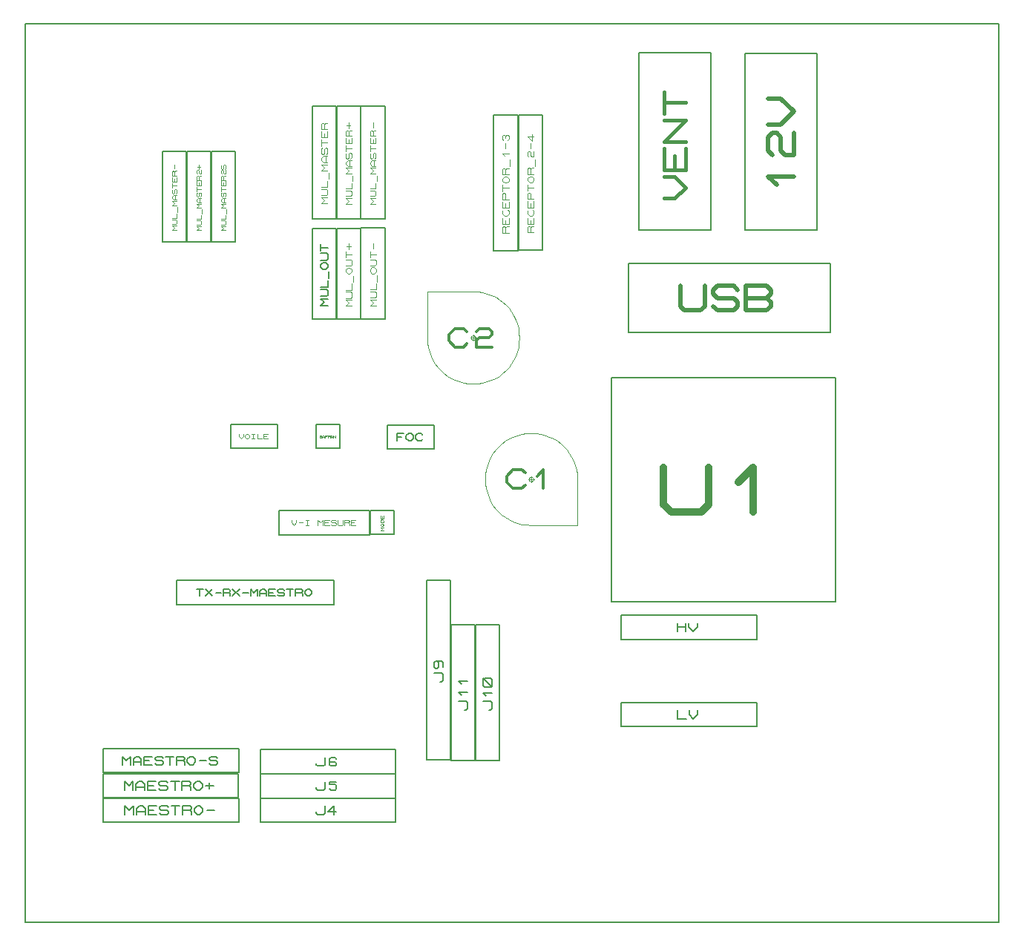
<source format=gbr>
G04 PROTEUS RS274X GERBER FILE*
%FSLAX45Y45*%
%MOMM*%
G01*
%ADD14C,0.203200*%
%ADD27C,0.164590*%
%ADD28C,0.154430*%
%ADD29C,0.128450*%
%ADD72C,0.086360*%
%ADD73C,0.079710*%
%ADD30C,0.129540*%
%ADD31C,0.115140*%
%ADD32C,0.117300*%
%ADD33C,0.107520*%
%ADD34C,0.118790*%
%ADD35C,0.132080*%
%ADD36C,0.404060*%
%ADD37C,0.088050*%
%ADD38C,0.492190*%
%ADD39C,0.094210*%
%ADD40C,0.039180*%
%ADD41C,0.054860*%
%ADD42C,0.050000*%
%ADD43C,0.351660*%
%ADD44C,0.469390*%
%ADD45C,0.853440*%
%TD.AperFunction*%
D14*
X-9338160Y-1605460D02*
X-7793840Y-1605460D01*
X-7793840Y-1331140D01*
X-9338160Y-1331140D01*
X-9338160Y-1605460D01*
D27*
X-9092692Y-1517678D02*
X-9092692Y-1418923D01*
X-9043315Y-1468300D01*
X-8993938Y-1418923D01*
X-8993938Y-1517678D01*
X-8961019Y-1517678D02*
X-8961019Y-1451841D01*
X-8928101Y-1418923D01*
X-8895183Y-1418923D01*
X-8862265Y-1451841D01*
X-8862265Y-1517678D01*
X-8961019Y-1484760D02*
X-8862265Y-1484760D01*
X-8730592Y-1517678D02*
X-8829346Y-1517678D01*
X-8829346Y-1418923D01*
X-8730592Y-1418923D01*
X-8829346Y-1468300D02*
X-8763510Y-1468300D01*
X-8697673Y-1501219D02*
X-8681214Y-1517678D01*
X-8615378Y-1517678D01*
X-8598919Y-1501219D01*
X-8598919Y-1484760D01*
X-8615378Y-1468300D01*
X-8681214Y-1468300D01*
X-8697673Y-1451841D01*
X-8697673Y-1435382D01*
X-8681214Y-1418923D01*
X-8615378Y-1418923D01*
X-8598919Y-1435382D01*
X-8566000Y-1418923D02*
X-8467246Y-1418923D01*
X-8516623Y-1418923D02*
X-8516623Y-1517678D01*
X-8434327Y-1517678D02*
X-8434327Y-1418923D01*
X-8352032Y-1418923D01*
X-8335573Y-1435382D01*
X-8335573Y-1451841D01*
X-8352032Y-1468300D01*
X-8434327Y-1468300D01*
X-8352032Y-1468300D02*
X-8335573Y-1484760D01*
X-8335573Y-1517678D01*
X-8302654Y-1451841D02*
X-8269736Y-1418923D01*
X-8236818Y-1418923D01*
X-8203900Y-1451841D01*
X-8203900Y-1484760D01*
X-8236818Y-1517678D01*
X-8269736Y-1517678D01*
X-8302654Y-1484760D01*
X-8302654Y-1451841D01*
X-8154522Y-1468300D02*
X-8072227Y-1468300D01*
D14*
X-9344040Y-1323520D02*
X-7799720Y-1323520D01*
X-7799720Y-1049200D01*
X-9344040Y-1049200D01*
X-9344040Y-1323520D01*
D27*
X-9098572Y-1235738D02*
X-9098572Y-1136983D01*
X-9049195Y-1186360D01*
X-8999818Y-1136983D01*
X-8999818Y-1235738D01*
X-8966899Y-1235738D02*
X-8966899Y-1169901D01*
X-8933981Y-1136983D01*
X-8901063Y-1136983D01*
X-8868145Y-1169901D01*
X-8868145Y-1235738D01*
X-8966899Y-1202820D02*
X-8868145Y-1202820D01*
X-8736472Y-1235738D02*
X-8835226Y-1235738D01*
X-8835226Y-1136983D01*
X-8736472Y-1136983D01*
X-8835226Y-1186360D02*
X-8769390Y-1186360D01*
X-8703553Y-1219279D02*
X-8687094Y-1235738D01*
X-8621258Y-1235738D01*
X-8604799Y-1219279D01*
X-8604799Y-1202820D01*
X-8621258Y-1186360D01*
X-8687094Y-1186360D01*
X-8703553Y-1169901D01*
X-8703553Y-1153442D01*
X-8687094Y-1136983D01*
X-8621258Y-1136983D01*
X-8604799Y-1153442D01*
X-8571880Y-1136983D02*
X-8473126Y-1136983D01*
X-8522503Y-1136983D02*
X-8522503Y-1235738D01*
X-8440207Y-1235738D02*
X-8440207Y-1136983D01*
X-8357912Y-1136983D01*
X-8341453Y-1153442D01*
X-8341453Y-1169901D01*
X-8357912Y-1186360D01*
X-8440207Y-1186360D01*
X-8357912Y-1186360D02*
X-8341453Y-1202820D01*
X-8341453Y-1235738D01*
X-8308534Y-1169901D02*
X-8275616Y-1136983D01*
X-8242698Y-1136983D01*
X-8209780Y-1169901D01*
X-8209780Y-1202820D01*
X-8242698Y-1235738D01*
X-8275616Y-1235738D01*
X-8308534Y-1202820D01*
X-8308534Y-1169901D01*
X-8176861Y-1186360D02*
X-8078107Y-1186360D01*
X-8127484Y-1153442D02*
X-8127484Y-1219279D01*
D14*
X-9338160Y-1039040D02*
X-7793840Y-1039040D01*
X-7793840Y-764720D01*
X-9338160Y-764720D01*
X-9338160Y-1039040D01*
D28*
X-9121952Y-948210D02*
X-9121952Y-855551D01*
X-9075623Y-901880D01*
X-9029294Y-855551D01*
X-9029294Y-948210D01*
X-8998407Y-948210D02*
X-8998407Y-886437D01*
X-8967521Y-855551D01*
X-8936635Y-855551D01*
X-8905749Y-886437D01*
X-8905749Y-948210D01*
X-8998407Y-917324D02*
X-8905749Y-917324D01*
X-8782204Y-948210D02*
X-8874862Y-948210D01*
X-8874862Y-855551D01*
X-8782204Y-855551D01*
X-8874862Y-901880D02*
X-8813090Y-901880D01*
X-8751317Y-932767D02*
X-8735874Y-948210D01*
X-8674102Y-948210D01*
X-8658659Y-932767D01*
X-8658659Y-917324D01*
X-8674102Y-901880D01*
X-8735874Y-901880D01*
X-8751317Y-886437D01*
X-8751317Y-870994D01*
X-8735874Y-855551D01*
X-8674102Y-855551D01*
X-8658659Y-870994D01*
X-8627772Y-855551D02*
X-8535114Y-855551D01*
X-8581443Y-855551D02*
X-8581443Y-948210D01*
X-8504227Y-948210D02*
X-8504227Y-855551D01*
X-8427012Y-855551D01*
X-8411569Y-870994D01*
X-8411569Y-886437D01*
X-8427012Y-901880D01*
X-8504227Y-901880D01*
X-8427012Y-901880D02*
X-8411569Y-917324D01*
X-8411569Y-948210D01*
X-8380682Y-886437D02*
X-8349796Y-855551D01*
X-8318910Y-855551D01*
X-8288024Y-886437D01*
X-8288024Y-917324D01*
X-8318910Y-948210D01*
X-8349796Y-948210D01*
X-8380682Y-917324D01*
X-8380682Y-886437D01*
X-8241694Y-901880D02*
X-8164479Y-901880D01*
X-8133592Y-932767D02*
X-8118149Y-948210D01*
X-8056377Y-948210D01*
X-8040934Y-932767D01*
X-8040934Y-917324D01*
X-8056377Y-901880D01*
X-8118149Y-901880D01*
X-8133592Y-886437D01*
X-8133592Y-870994D01*
X-8118149Y-855551D01*
X-8056377Y-855551D01*
X-8040934Y-870994D01*
D14*
X-7550160Y-1605460D02*
X-6005840Y-1605460D01*
X-6005840Y-1331140D01*
X-7550160Y-1331140D01*
X-7550160Y-1605460D01*
D27*
X-6909673Y-1484760D02*
X-6909673Y-1501219D01*
X-6893214Y-1517678D01*
X-6827378Y-1517678D01*
X-6810919Y-1501219D01*
X-6810919Y-1418923D01*
X-6679246Y-1484760D02*
X-6778000Y-1484760D01*
X-6712164Y-1418923D01*
X-6712164Y-1517678D01*
D14*
X-7550160Y-1328600D02*
X-6005840Y-1328600D01*
X-6005840Y-1054280D01*
X-7550160Y-1054280D01*
X-7550160Y-1328600D01*
D27*
X-6909673Y-1207900D02*
X-6909673Y-1224359D01*
X-6893214Y-1240818D01*
X-6827378Y-1240818D01*
X-6810919Y-1224359D01*
X-6810919Y-1142063D01*
X-6679246Y-1142063D02*
X-6761541Y-1142063D01*
X-6761541Y-1174981D01*
X-6695705Y-1174981D01*
X-6679246Y-1191440D01*
X-6679246Y-1224359D01*
X-6695705Y-1240818D01*
X-6745082Y-1240818D01*
X-6761541Y-1224359D01*
D14*
X-7550160Y-1051740D02*
X-6005840Y-1051740D01*
X-6005840Y-777420D01*
X-7550160Y-777420D01*
X-7550160Y-1051740D01*
D27*
X-6909673Y-931040D02*
X-6909673Y-947499D01*
X-6893214Y-963958D01*
X-6827378Y-963958D01*
X-6810919Y-947499D01*
X-6810919Y-865203D01*
X-6679246Y-881662D02*
X-6695705Y-865203D01*
X-6745082Y-865203D01*
X-6761541Y-881662D01*
X-6761541Y-947499D01*
X-6745082Y-963958D01*
X-6695705Y-963958D01*
X-6679246Y-947499D01*
X-6679246Y-931040D01*
X-6695705Y-914580D01*
X-6761541Y-914580D01*
D14*
X-5373380Y-896800D02*
X-5099060Y-896800D01*
X-5099060Y+647520D01*
X-5373380Y+647520D01*
X-5373380Y-896800D01*
D27*
X-5219760Y-322149D02*
X-5203301Y-322149D01*
X-5186842Y-305690D01*
X-5186842Y-239854D01*
X-5203301Y-223395D01*
X-5285597Y-223395D01*
X-5252679Y-157558D02*
X-5285597Y-124640D01*
X-5186842Y-124640D01*
X-5252679Y-25885D02*
X-5285597Y+7033D01*
X-5186842Y+7033D01*
D14*
X-8506640Y+878660D02*
X-6708320Y+878660D01*
X-6708320Y+1152980D01*
X-8506640Y+1152980D01*
X-8506640Y+878660D01*
D29*
X-8275420Y+1054355D02*
X-8198350Y+1054355D01*
X-8236885Y+1054355D02*
X-8236885Y+977285D01*
X-8172660Y+1054355D02*
X-8095590Y+977285D01*
X-8172660Y+977285D02*
X-8095590Y+1054355D01*
X-8057055Y+1015820D02*
X-7992830Y+1015820D01*
X-7967140Y+977285D02*
X-7967140Y+1054355D01*
X-7902915Y+1054355D01*
X-7890070Y+1041510D01*
X-7890070Y+1028665D01*
X-7902915Y+1015820D01*
X-7967140Y+1015820D01*
X-7902915Y+1015820D02*
X-7890070Y+1002975D01*
X-7890070Y+977285D01*
X-7864380Y+1054355D02*
X-7787310Y+977285D01*
X-7864380Y+977285D02*
X-7787310Y+1054355D01*
X-7748775Y+1015820D02*
X-7684550Y+1015820D01*
X-7658860Y+977285D02*
X-7658860Y+1054355D01*
X-7620325Y+1015820D01*
X-7581790Y+1054355D01*
X-7581790Y+977285D01*
X-7556100Y+977285D02*
X-7556100Y+1028665D01*
X-7530410Y+1054355D01*
X-7504720Y+1054355D01*
X-7479030Y+1028665D01*
X-7479030Y+977285D01*
X-7556100Y+1002975D02*
X-7479030Y+1002975D01*
X-7376270Y+977285D02*
X-7453340Y+977285D01*
X-7453340Y+1054355D01*
X-7376270Y+1054355D01*
X-7453340Y+1015820D02*
X-7401960Y+1015820D01*
X-7350580Y+990130D02*
X-7337735Y+977285D01*
X-7286355Y+977285D01*
X-7273510Y+990130D01*
X-7273510Y+1002975D01*
X-7286355Y+1015820D01*
X-7337735Y+1015820D01*
X-7350580Y+1028665D01*
X-7350580Y+1041510D01*
X-7337735Y+1054355D01*
X-7286355Y+1054355D01*
X-7273510Y+1041510D01*
X-7247820Y+1054355D02*
X-7170750Y+1054355D01*
X-7209285Y+1054355D02*
X-7209285Y+977285D01*
X-7145060Y+977285D02*
X-7145060Y+1054355D01*
X-7080835Y+1054355D01*
X-7067990Y+1041510D01*
X-7067990Y+1028665D01*
X-7080835Y+1015820D01*
X-7145060Y+1015820D01*
X-7080835Y+1015820D02*
X-7067990Y+1002975D01*
X-7067990Y+977285D01*
X-7042300Y+1028665D02*
X-7016610Y+1054355D01*
X-6990920Y+1054355D01*
X-6965230Y+1028665D01*
X-6965230Y+1002975D01*
X-6990920Y+977285D01*
X-7016610Y+977285D01*
X-7042300Y+1002975D01*
X-7042300Y+1028665D01*
D14*
X-5093980Y-899340D02*
X-4819660Y-899340D01*
X-4819660Y+644980D01*
X-5093980Y+644980D01*
X-5093980Y-899340D01*
D27*
X-4940360Y-324689D02*
X-4923901Y-324689D01*
X-4907442Y-308230D01*
X-4907442Y-242394D01*
X-4923901Y-225935D01*
X-5006197Y-225935D01*
X-4973279Y-160098D02*
X-5006197Y-127180D01*
X-4907442Y-127180D01*
X-4923901Y-61343D02*
X-4989738Y-61343D01*
X-5006197Y-44884D01*
X-5006197Y+20952D01*
X-4989738Y+37411D01*
X-4923901Y+37411D01*
X-4907442Y+20952D01*
X-4907442Y-44884D01*
X-4923901Y-61343D01*
X-4907442Y-61343D02*
X-5006197Y+37411D01*
D14*
X-5650240Y-894260D02*
X-5375920Y-894260D01*
X-5375920Y+1158060D01*
X-5650240Y+1158060D01*
X-5650240Y-894260D01*
D27*
X-5496620Y+227D02*
X-5480161Y+227D01*
X-5463702Y+16686D01*
X-5463702Y+82522D01*
X-5480161Y+98981D01*
X-5562457Y+98981D01*
X-5529539Y+230654D02*
X-5513080Y+214195D01*
X-5513080Y+164818D01*
X-5529539Y+148359D01*
X-5545998Y+148359D01*
X-5562457Y+164818D01*
X-5562457Y+214195D01*
X-5545998Y+230654D01*
X-5480161Y+230654D01*
X-5463702Y+214195D01*
X-5463702Y+164818D01*
D14*
X-8665500Y+5014460D02*
X-8391180Y+5014460D01*
X-8391180Y+6050780D01*
X-8665500Y+6050780D01*
X-8665500Y+5014460D01*
D72*
X-8502432Y+5152636D02*
X-8554248Y+5152636D01*
X-8528340Y+5178544D01*
X-8554248Y+5204452D01*
X-8502432Y+5204452D01*
X-8554248Y+5221724D02*
X-8511068Y+5221724D01*
X-8502432Y+5230360D01*
X-8502432Y+5264904D01*
X-8511068Y+5273540D01*
X-8554248Y+5273540D01*
X-8554248Y+5290812D02*
X-8502432Y+5290812D01*
X-8502432Y+5342628D01*
X-8493796Y+5359900D02*
X-8493796Y+5411716D01*
X-8502432Y+5428988D02*
X-8554248Y+5428988D01*
X-8528340Y+5454896D01*
X-8554248Y+5480804D01*
X-8502432Y+5480804D01*
X-8502432Y+5498076D02*
X-8536976Y+5498076D01*
X-8554248Y+5515348D01*
X-8554248Y+5532620D01*
X-8536976Y+5549892D01*
X-8502432Y+5549892D01*
X-8519704Y+5498076D02*
X-8519704Y+5549892D01*
X-8511068Y+5567164D02*
X-8502432Y+5575800D01*
X-8502432Y+5610344D01*
X-8511068Y+5618980D01*
X-8519704Y+5618980D01*
X-8528340Y+5610344D01*
X-8528340Y+5575800D01*
X-8536976Y+5567164D01*
X-8545612Y+5567164D01*
X-8554248Y+5575800D01*
X-8554248Y+5610344D01*
X-8545612Y+5618980D01*
X-8554248Y+5636252D02*
X-8554248Y+5688068D01*
X-8554248Y+5662160D02*
X-8502432Y+5662160D01*
X-8502432Y+5757156D02*
X-8502432Y+5705340D01*
X-8554248Y+5705340D01*
X-8554248Y+5757156D01*
X-8528340Y+5705340D02*
X-8528340Y+5739884D01*
X-8502432Y+5774428D02*
X-8554248Y+5774428D01*
X-8554248Y+5817608D01*
X-8545612Y+5826244D01*
X-8536976Y+5826244D01*
X-8528340Y+5817608D01*
X-8528340Y+5774428D01*
X-8528340Y+5817608D02*
X-8519704Y+5826244D01*
X-8502432Y+5826244D01*
X-8528340Y+5852152D02*
X-8528340Y+5895332D01*
D14*
X-8385500Y+5014460D02*
X-8111180Y+5014460D01*
X-8111180Y+6050780D01*
X-8385500Y+6050780D01*
X-8385500Y+5014460D01*
D73*
X-8224425Y+5149988D02*
X-8272254Y+5149988D01*
X-8248340Y+5173902D01*
X-8272254Y+5197817D01*
X-8224425Y+5197817D01*
X-8272254Y+5213760D02*
X-8232396Y+5213760D01*
X-8224425Y+5221731D01*
X-8224425Y+5253617D01*
X-8232396Y+5261589D01*
X-8272254Y+5261589D01*
X-8272254Y+5277532D02*
X-8224425Y+5277532D01*
X-8224425Y+5325361D01*
X-8216453Y+5341304D02*
X-8216453Y+5389133D01*
X-8224425Y+5405076D02*
X-8272254Y+5405076D01*
X-8248340Y+5428990D01*
X-8272254Y+5452905D01*
X-8224425Y+5452905D01*
X-8224425Y+5468848D02*
X-8256311Y+5468848D01*
X-8272254Y+5484791D01*
X-8272254Y+5500734D01*
X-8256311Y+5516677D01*
X-8224425Y+5516677D01*
X-8240368Y+5468848D02*
X-8240368Y+5516677D01*
X-8232396Y+5532620D02*
X-8224425Y+5540591D01*
X-8224425Y+5572477D01*
X-8232396Y+5580449D01*
X-8240368Y+5580449D01*
X-8248340Y+5572477D01*
X-8248340Y+5540591D01*
X-8256311Y+5532620D01*
X-8264283Y+5532620D01*
X-8272254Y+5540591D01*
X-8272254Y+5572477D01*
X-8264283Y+5580449D01*
X-8272254Y+5596392D02*
X-8272254Y+5644221D01*
X-8272254Y+5620306D02*
X-8224425Y+5620306D01*
X-8224425Y+5707993D02*
X-8224425Y+5660164D01*
X-8272254Y+5660164D01*
X-8272254Y+5707993D01*
X-8248340Y+5660164D02*
X-8248340Y+5692050D01*
X-8224425Y+5723936D02*
X-8272254Y+5723936D01*
X-8272254Y+5763793D01*
X-8264283Y+5771765D01*
X-8256311Y+5771765D01*
X-8248340Y+5763793D01*
X-8248340Y+5723936D01*
X-8248340Y+5763793D02*
X-8240368Y+5771765D01*
X-8224425Y+5771765D01*
X-8264283Y+5795679D02*
X-8272254Y+5803651D01*
X-8272254Y+5827565D01*
X-8264283Y+5835537D01*
X-8256311Y+5835537D01*
X-8248340Y+5827565D01*
X-8248340Y+5803651D01*
X-8240368Y+5795679D01*
X-8224425Y+5795679D01*
X-8224425Y+5835537D01*
X-8248340Y+5851480D02*
X-8248340Y+5899309D01*
X-8264283Y+5875394D02*
X-8232396Y+5875394D01*
D14*
X-8105500Y+5014460D02*
X-7831180Y+5014460D01*
X-7831180Y+6050780D01*
X-8105500Y+6050780D01*
X-8105500Y+5014460D01*
D73*
X-7944425Y+5149988D02*
X-7992254Y+5149988D01*
X-7968340Y+5173902D01*
X-7992254Y+5197817D01*
X-7944425Y+5197817D01*
X-7992254Y+5213760D02*
X-7952396Y+5213760D01*
X-7944425Y+5221731D01*
X-7944425Y+5253617D01*
X-7952396Y+5261589D01*
X-7992254Y+5261589D01*
X-7992254Y+5277532D02*
X-7944425Y+5277532D01*
X-7944425Y+5325361D01*
X-7936453Y+5341304D02*
X-7936453Y+5389133D01*
X-7944425Y+5405076D02*
X-7992254Y+5405076D01*
X-7968340Y+5428990D01*
X-7992254Y+5452905D01*
X-7944425Y+5452905D01*
X-7944425Y+5468848D02*
X-7976311Y+5468848D01*
X-7992254Y+5484791D01*
X-7992254Y+5500734D01*
X-7976311Y+5516677D01*
X-7944425Y+5516677D01*
X-7960368Y+5468848D02*
X-7960368Y+5516677D01*
X-7952396Y+5532620D02*
X-7944425Y+5540591D01*
X-7944425Y+5572477D01*
X-7952396Y+5580449D01*
X-7960368Y+5580449D01*
X-7968340Y+5572477D01*
X-7968340Y+5540591D01*
X-7976311Y+5532620D01*
X-7984283Y+5532620D01*
X-7992254Y+5540591D01*
X-7992254Y+5572477D01*
X-7984283Y+5580449D01*
X-7992254Y+5596392D02*
X-7992254Y+5644221D01*
X-7992254Y+5620306D02*
X-7944425Y+5620306D01*
X-7944425Y+5707993D02*
X-7944425Y+5660164D01*
X-7992254Y+5660164D01*
X-7992254Y+5707993D01*
X-7968340Y+5660164D02*
X-7968340Y+5692050D01*
X-7944425Y+5723936D02*
X-7992254Y+5723936D01*
X-7992254Y+5763793D01*
X-7984283Y+5771765D01*
X-7976311Y+5771765D01*
X-7968340Y+5763793D01*
X-7968340Y+5723936D01*
X-7968340Y+5763793D02*
X-7960368Y+5771765D01*
X-7944425Y+5771765D01*
X-7984283Y+5795679D02*
X-7992254Y+5803651D01*
X-7992254Y+5827565D01*
X-7984283Y+5835537D01*
X-7976311Y+5835537D01*
X-7968340Y+5827565D01*
X-7968340Y+5803651D01*
X-7960368Y+5795679D01*
X-7944425Y+5795679D01*
X-7944425Y+5835537D01*
X-7952396Y+5851480D02*
X-7944425Y+5859451D01*
X-7944425Y+5891337D01*
X-7952396Y+5899309D01*
X-7960368Y+5899309D01*
X-7968340Y+5891337D01*
X-7968340Y+5859451D01*
X-7976311Y+5851480D01*
X-7984283Y+5851480D01*
X-7992254Y+5859451D01*
X-7992254Y+5891337D01*
X-7984283Y+5899309D01*
D14*
X-6955500Y+4136460D02*
X-6681180Y+4136460D01*
X-6681180Y+5172780D01*
X-6955500Y+5172780D01*
X-6955500Y+4136460D01*
D30*
X-6779478Y+4291908D02*
X-6857202Y+4291908D01*
X-6818340Y+4330770D01*
X-6857202Y+4369632D01*
X-6779478Y+4369632D01*
X-6857202Y+4395540D02*
X-6792432Y+4395540D01*
X-6779478Y+4408494D01*
X-6779478Y+4460310D01*
X-6792432Y+4473264D01*
X-6857202Y+4473264D01*
X-6857202Y+4499172D02*
X-6779478Y+4499172D01*
X-6779478Y+4576896D01*
X-6766524Y+4602804D02*
X-6766524Y+4680528D01*
X-6831294Y+4706436D02*
X-6857202Y+4732344D01*
X-6857202Y+4758252D01*
X-6831294Y+4784160D01*
X-6805386Y+4784160D01*
X-6779478Y+4758252D01*
X-6779478Y+4732344D01*
X-6805386Y+4706436D01*
X-6831294Y+4706436D01*
X-6857202Y+4810068D02*
X-6792432Y+4810068D01*
X-6779478Y+4823022D01*
X-6779478Y+4874838D01*
X-6792432Y+4887792D01*
X-6857202Y+4887792D01*
X-6857202Y+4913700D02*
X-6857202Y+4991424D01*
X-6857202Y+4952562D02*
X-6779478Y+4952562D01*
D14*
X-6675500Y+4136460D02*
X-6401180Y+4136460D01*
X-6401180Y+5172780D01*
X-6675500Y+5172780D01*
X-6675500Y+4136460D01*
D31*
X-6503796Y+4286156D02*
X-6572883Y+4286156D01*
X-6538340Y+4320699D01*
X-6572883Y+4355243D01*
X-6503796Y+4355243D01*
X-6572883Y+4378272D02*
X-6515310Y+4378272D01*
X-6503796Y+4389786D01*
X-6503796Y+4435844D01*
X-6515310Y+4447359D01*
X-6572883Y+4447359D01*
X-6572883Y+4470388D02*
X-6503796Y+4470388D01*
X-6503796Y+4539475D01*
X-6492281Y+4562504D02*
X-6492281Y+4631591D01*
X-6549854Y+4654620D02*
X-6572883Y+4677649D01*
X-6572883Y+4700678D01*
X-6549854Y+4723707D01*
X-6526825Y+4723707D01*
X-6503796Y+4700678D01*
X-6503796Y+4677649D01*
X-6526825Y+4654620D01*
X-6549854Y+4654620D01*
X-6572883Y+4746736D02*
X-6515310Y+4746736D01*
X-6503796Y+4758250D01*
X-6503796Y+4804308D01*
X-6515310Y+4815823D01*
X-6572883Y+4815823D01*
X-6572883Y+4838852D02*
X-6572883Y+4907939D01*
X-6572883Y+4873395D02*
X-6503796Y+4873395D01*
X-6538340Y+4930968D02*
X-6538340Y+5000055D01*
X-6561369Y+4965511D02*
X-6515310Y+4965511D01*
D14*
X-6400440Y+4138600D02*
X-6126120Y+4138600D01*
X-6126120Y+5174920D01*
X-6400440Y+5174920D01*
X-6400440Y+4138600D01*
D31*
X-6228736Y+4288296D02*
X-6297823Y+4288296D01*
X-6263280Y+4322839D01*
X-6297823Y+4357383D01*
X-6228736Y+4357383D01*
X-6297823Y+4380412D02*
X-6240250Y+4380412D01*
X-6228736Y+4391926D01*
X-6228736Y+4437984D01*
X-6240250Y+4449499D01*
X-6297823Y+4449499D01*
X-6297823Y+4472528D02*
X-6228736Y+4472528D01*
X-6228736Y+4541615D01*
X-6217221Y+4564644D02*
X-6217221Y+4633731D01*
X-6274794Y+4656760D02*
X-6297823Y+4679789D01*
X-6297823Y+4702818D01*
X-6274794Y+4725847D01*
X-6251765Y+4725847D01*
X-6228736Y+4702818D01*
X-6228736Y+4679789D01*
X-6251765Y+4656760D01*
X-6274794Y+4656760D01*
X-6297823Y+4748876D02*
X-6240250Y+4748876D01*
X-6228736Y+4760390D01*
X-6228736Y+4806448D01*
X-6240250Y+4817963D01*
X-6297823Y+4817963D01*
X-6297823Y+4840992D02*
X-6297823Y+4910079D01*
X-6297823Y+4875535D02*
X-6228736Y+4875535D01*
X-6263280Y+4944622D02*
X-6263280Y+5002195D01*
D14*
X-6954160Y+5280600D02*
X-6679840Y+5280600D01*
X-6679840Y+6570920D01*
X-6954160Y+6570920D01*
X-6954160Y+5280600D01*
D32*
X-6781810Y+5456560D02*
X-6852190Y+5456560D01*
X-6817000Y+5491750D01*
X-6852190Y+5526940D01*
X-6781810Y+5526940D01*
X-6852190Y+5550400D02*
X-6793540Y+5550400D01*
X-6781810Y+5562130D01*
X-6781810Y+5609050D01*
X-6793540Y+5620780D01*
X-6852190Y+5620780D01*
X-6852190Y+5644240D02*
X-6781810Y+5644240D01*
X-6781810Y+5714620D01*
X-6770080Y+5738080D02*
X-6770080Y+5808460D01*
X-6781810Y+5831920D02*
X-6852190Y+5831920D01*
X-6817000Y+5867110D01*
X-6852190Y+5902300D01*
X-6781810Y+5902300D01*
X-6781810Y+5925760D02*
X-6828730Y+5925760D01*
X-6852190Y+5949220D01*
X-6852190Y+5972680D01*
X-6828730Y+5996140D01*
X-6781810Y+5996140D01*
X-6805270Y+5925760D02*
X-6805270Y+5996140D01*
X-6793540Y+6019600D02*
X-6781810Y+6031330D01*
X-6781810Y+6078250D01*
X-6793540Y+6089980D01*
X-6805270Y+6089980D01*
X-6817000Y+6078250D01*
X-6817000Y+6031330D01*
X-6828730Y+6019600D01*
X-6840460Y+6019600D01*
X-6852190Y+6031330D01*
X-6852190Y+6078250D01*
X-6840460Y+6089980D01*
X-6852190Y+6113440D02*
X-6852190Y+6183820D01*
X-6852190Y+6148630D02*
X-6781810Y+6148630D01*
X-6781810Y+6277660D02*
X-6781810Y+6207280D01*
X-6852190Y+6207280D01*
X-6852190Y+6277660D01*
X-6817000Y+6207280D02*
X-6817000Y+6254200D01*
X-6781810Y+6301120D02*
X-6852190Y+6301120D01*
X-6852190Y+6359770D01*
X-6840460Y+6371500D01*
X-6828730Y+6371500D01*
X-6817000Y+6359770D01*
X-6817000Y+6301120D01*
X-6817000Y+6359770D02*
X-6805270Y+6371500D01*
X-6781810Y+6371500D01*
D14*
X-6677300Y+5280600D02*
X-6402980Y+5280600D01*
X-6402980Y+6570920D01*
X-6677300Y+6570920D01*
X-6677300Y+5280600D01*
D33*
X-6507882Y+5452650D02*
X-6572397Y+5452650D01*
X-6540140Y+5484907D01*
X-6572397Y+5517165D01*
X-6507882Y+5517165D01*
X-6572397Y+5538670D02*
X-6518634Y+5538670D01*
X-6507882Y+5549422D01*
X-6507882Y+5592432D01*
X-6518634Y+5603185D01*
X-6572397Y+5603185D01*
X-6572397Y+5624690D02*
X-6507882Y+5624690D01*
X-6507882Y+5689205D01*
X-6497129Y+5710710D02*
X-6497129Y+5775225D01*
X-6507882Y+5796730D02*
X-6572397Y+5796730D01*
X-6540140Y+5828987D01*
X-6572397Y+5861245D01*
X-6507882Y+5861245D01*
X-6507882Y+5882750D02*
X-6550892Y+5882750D01*
X-6572397Y+5904255D01*
X-6572397Y+5925760D01*
X-6550892Y+5947265D01*
X-6507882Y+5947265D01*
X-6529387Y+5882750D02*
X-6529387Y+5947265D01*
X-6518634Y+5968770D02*
X-6507882Y+5979522D01*
X-6507882Y+6022532D01*
X-6518634Y+6033285D01*
X-6529387Y+6033285D01*
X-6540140Y+6022532D01*
X-6540140Y+5979522D01*
X-6550892Y+5968770D01*
X-6561645Y+5968770D01*
X-6572397Y+5979522D01*
X-6572397Y+6022532D01*
X-6561645Y+6033285D01*
X-6572397Y+6054790D02*
X-6572397Y+6119305D01*
X-6572397Y+6087047D02*
X-6507882Y+6087047D01*
X-6507882Y+6205325D02*
X-6507882Y+6140810D01*
X-6572397Y+6140810D01*
X-6572397Y+6205325D01*
X-6540140Y+6140810D02*
X-6540140Y+6183820D01*
X-6507882Y+6226830D02*
X-6572397Y+6226830D01*
X-6572397Y+6280592D01*
X-6561645Y+6291345D01*
X-6550892Y+6291345D01*
X-6540140Y+6280592D01*
X-6540140Y+6226830D01*
X-6540140Y+6280592D02*
X-6529387Y+6291345D01*
X-6507882Y+6291345D01*
X-6540140Y+6312850D02*
X-6540140Y+6377365D01*
X-6561645Y+6345107D02*
X-6518634Y+6345107D01*
D14*
X-6400440Y+5280600D02*
X-6126120Y+5280600D01*
X-6126120Y+6570920D01*
X-6400440Y+6570920D01*
X-6400440Y+5280600D01*
D33*
X-6231022Y+5452650D02*
X-6295537Y+5452650D01*
X-6263280Y+5484907D01*
X-6295537Y+5517165D01*
X-6231022Y+5517165D01*
X-6295537Y+5538670D02*
X-6241774Y+5538670D01*
X-6231022Y+5549422D01*
X-6231022Y+5592432D01*
X-6241774Y+5603185D01*
X-6295537Y+5603185D01*
X-6295537Y+5624690D02*
X-6231022Y+5624690D01*
X-6231022Y+5689205D01*
X-6220269Y+5710710D02*
X-6220269Y+5775225D01*
X-6231022Y+5796730D02*
X-6295537Y+5796730D01*
X-6263280Y+5828987D01*
X-6295537Y+5861245D01*
X-6231022Y+5861245D01*
X-6231022Y+5882750D02*
X-6274032Y+5882750D01*
X-6295537Y+5904255D01*
X-6295537Y+5925760D01*
X-6274032Y+5947265D01*
X-6231022Y+5947265D01*
X-6252527Y+5882750D02*
X-6252527Y+5947265D01*
X-6241774Y+5968770D02*
X-6231022Y+5979522D01*
X-6231022Y+6022532D01*
X-6241774Y+6033285D01*
X-6252527Y+6033285D01*
X-6263280Y+6022532D01*
X-6263280Y+5979522D01*
X-6274032Y+5968770D01*
X-6284785Y+5968770D01*
X-6295537Y+5979522D01*
X-6295537Y+6022532D01*
X-6284785Y+6033285D01*
X-6295537Y+6054790D02*
X-6295537Y+6119305D01*
X-6295537Y+6087047D02*
X-6231022Y+6087047D01*
X-6231022Y+6205325D02*
X-6231022Y+6140810D01*
X-6295537Y+6140810D01*
X-6295537Y+6205325D01*
X-6263280Y+6140810D02*
X-6263280Y+6183820D01*
X-6231022Y+6226830D02*
X-6295537Y+6226830D01*
X-6295537Y+6280592D01*
X-6284785Y+6291345D01*
X-6274032Y+6291345D01*
X-6263280Y+6280592D01*
X-6263280Y+6226830D01*
X-6263280Y+6280592D02*
X-6252527Y+6291345D01*
X-6231022Y+6291345D01*
X-6263280Y+6323602D02*
X-6263280Y+6377365D01*
D14*
X-4600240Y+4922600D02*
X-4325920Y+4922600D01*
X-4325920Y+6466920D01*
X-4600240Y+6466920D01*
X-4600240Y+4922600D01*
D34*
X-4427442Y+5124556D02*
X-4498718Y+5124556D01*
X-4498718Y+5183952D01*
X-4486839Y+5195831D01*
X-4474959Y+5195831D01*
X-4463080Y+5183952D01*
X-4463080Y+5124556D01*
X-4463080Y+5183952D02*
X-4451201Y+5195831D01*
X-4427442Y+5195831D01*
X-4427442Y+5290865D02*
X-4427442Y+5219590D01*
X-4498718Y+5219590D01*
X-4498718Y+5290865D01*
X-4463080Y+5219590D02*
X-4463080Y+5267107D01*
X-4439321Y+5385899D02*
X-4427442Y+5374020D01*
X-4427442Y+5338382D01*
X-4451201Y+5314624D01*
X-4474959Y+5314624D01*
X-4498718Y+5338382D01*
X-4498718Y+5374020D01*
X-4486839Y+5385899D01*
X-4427442Y+5480933D02*
X-4427442Y+5409658D01*
X-4498718Y+5409658D01*
X-4498718Y+5480933D01*
X-4463080Y+5409658D02*
X-4463080Y+5457175D01*
X-4427442Y+5504692D02*
X-4498718Y+5504692D01*
X-4498718Y+5564088D01*
X-4486839Y+5575967D01*
X-4474959Y+5575967D01*
X-4463080Y+5564088D01*
X-4463080Y+5504692D01*
X-4498718Y+5599726D02*
X-4498718Y+5671001D01*
X-4498718Y+5635363D02*
X-4427442Y+5635363D01*
X-4474959Y+5694760D02*
X-4498718Y+5718518D01*
X-4498718Y+5742277D01*
X-4474959Y+5766035D01*
X-4451201Y+5766035D01*
X-4427442Y+5742277D01*
X-4427442Y+5718518D01*
X-4451201Y+5694760D01*
X-4474959Y+5694760D01*
X-4427442Y+5789794D02*
X-4498718Y+5789794D01*
X-4498718Y+5849190D01*
X-4486839Y+5861069D01*
X-4474959Y+5861069D01*
X-4463080Y+5849190D01*
X-4463080Y+5789794D01*
X-4463080Y+5849190D02*
X-4451201Y+5861069D01*
X-4427442Y+5861069D01*
X-4415563Y+5884828D02*
X-4415563Y+5956103D01*
X-4486839Y+5991741D02*
X-4498718Y+6003620D01*
X-4498718Y+6039258D01*
X-4486839Y+6051137D01*
X-4474959Y+6051137D01*
X-4463080Y+6039258D01*
X-4463080Y+6003620D01*
X-4451201Y+5991741D01*
X-4427442Y+5991741D01*
X-4427442Y+6051137D01*
X-4463080Y+6086775D02*
X-4463080Y+6146171D01*
X-4451201Y+6241205D02*
X-4451201Y+6169930D01*
X-4498718Y+6217447D01*
X-4427442Y+6217447D01*
D14*
X-4887260Y+4920060D02*
X-4612940Y+4920060D01*
X-4612940Y+6464380D01*
X-4887260Y+6464380D01*
X-4887260Y+4920060D01*
D34*
X-4714462Y+5122016D02*
X-4785738Y+5122016D01*
X-4785738Y+5181412D01*
X-4773859Y+5193291D01*
X-4761979Y+5193291D01*
X-4750100Y+5181412D01*
X-4750100Y+5122016D01*
X-4750100Y+5181412D02*
X-4738221Y+5193291D01*
X-4714462Y+5193291D01*
X-4714462Y+5288325D02*
X-4714462Y+5217050D01*
X-4785738Y+5217050D01*
X-4785738Y+5288325D01*
X-4750100Y+5217050D02*
X-4750100Y+5264567D01*
X-4726341Y+5383359D02*
X-4714462Y+5371480D01*
X-4714462Y+5335842D01*
X-4738221Y+5312084D01*
X-4761979Y+5312084D01*
X-4785738Y+5335842D01*
X-4785738Y+5371480D01*
X-4773859Y+5383359D01*
X-4714462Y+5478393D02*
X-4714462Y+5407118D01*
X-4785738Y+5407118D01*
X-4785738Y+5478393D01*
X-4750100Y+5407118D02*
X-4750100Y+5454635D01*
X-4714462Y+5502152D02*
X-4785738Y+5502152D01*
X-4785738Y+5561548D01*
X-4773859Y+5573427D01*
X-4761979Y+5573427D01*
X-4750100Y+5561548D01*
X-4750100Y+5502152D01*
X-4785738Y+5597186D02*
X-4785738Y+5668461D01*
X-4785738Y+5632823D02*
X-4714462Y+5632823D01*
X-4761979Y+5692220D02*
X-4785738Y+5715978D01*
X-4785738Y+5739737D01*
X-4761979Y+5763495D01*
X-4738221Y+5763495D01*
X-4714462Y+5739737D01*
X-4714462Y+5715978D01*
X-4738221Y+5692220D01*
X-4761979Y+5692220D01*
X-4714462Y+5787254D02*
X-4785738Y+5787254D01*
X-4785738Y+5846650D01*
X-4773859Y+5858529D01*
X-4761979Y+5858529D01*
X-4750100Y+5846650D01*
X-4750100Y+5787254D01*
X-4750100Y+5846650D02*
X-4738221Y+5858529D01*
X-4714462Y+5858529D01*
X-4702583Y+5882288D02*
X-4702583Y+5953563D01*
X-4761979Y+6001080D02*
X-4785738Y+6024839D01*
X-4714462Y+6024839D01*
X-4750100Y+6084235D02*
X-4750100Y+6143631D01*
X-4773859Y+6179269D02*
X-4785738Y+6191148D01*
X-4785738Y+6226786D01*
X-4773859Y+6238665D01*
X-4761979Y+6238665D01*
X-4750100Y+6226786D01*
X-4738221Y+6238665D01*
X-4726341Y+6238665D01*
X-4714462Y+6226786D01*
X-4714462Y+6191148D01*
X-4726341Y+6179269D01*
X-4750100Y+6203027D02*
X-4750100Y+6226786D01*
D14*
X-6095060Y+2653580D02*
X-5566740Y+2653580D01*
X-5566740Y+2927900D01*
X-6095060Y+2927900D01*
X-6095060Y+2653580D01*
D35*
X-5989396Y+2751116D02*
X-5989396Y+2830364D01*
X-5910148Y+2830364D01*
X-5989396Y+2790740D02*
X-5936564Y+2790740D01*
X-5883732Y+2803948D02*
X-5857316Y+2830364D01*
X-5830900Y+2830364D01*
X-5804484Y+2803948D01*
X-5804484Y+2777532D01*
X-5830900Y+2751116D01*
X-5857316Y+2751116D01*
X-5883732Y+2777532D01*
X-5883732Y+2803948D01*
X-5698820Y+2764324D02*
X-5712028Y+2751116D01*
X-5751652Y+2751116D01*
X-5778068Y+2777532D01*
X-5778068Y+2803948D01*
X-5751652Y+2830364D01*
X-5712028Y+2830364D01*
X-5698820Y+2817156D01*
D14*
X-3229620Y+5152420D02*
X-2409300Y+5152420D01*
X-2409300Y+7172740D01*
X-3229620Y+7172740D01*
X-3229620Y+5152420D01*
D36*
X-2940679Y+5516078D02*
X-2819460Y+5516078D01*
X-2698240Y+5637297D01*
X-2819460Y+5758516D01*
X-2940679Y+5758516D01*
X-2698240Y+6081767D02*
X-2698240Y+5839329D01*
X-2940679Y+5839329D01*
X-2940679Y+6081767D01*
X-2819460Y+5839329D02*
X-2819460Y+6000954D01*
X-2698240Y+6162580D02*
X-2940679Y+6162580D01*
X-2698240Y+6405018D01*
X-2940679Y+6405018D01*
X-2940679Y+6485831D02*
X-2940679Y+6728269D01*
X-2940679Y+6607050D02*
X-2698240Y+6607050D01*
D14*
X-7884160Y+2661459D02*
X-7355840Y+2661459D01*
X-7355840Y+2935779D01*
X-7884160Y+2935779D01*
X-7884160Y+2661459D01*
D37*
X-7796105Y+2825035D02*
X-7796105Y+2798619D01*
X-7769690Y+2772203D01*
X-7743274Y+2798619D01*
X-7743274Y+2825035D01*
X-7725663Y+2807424D02*
X-7708053Y+2825035D01*
X-7690442Y+2825035D01*
X-7672832Y+2807424D01*
X-7672832Y+2789814D01*
X-7690442Y+2772203D01*
X-7708053Y+2772203D01*
X-7725663Y+2789814D01*
X-7725663Y+2807424D01*
X-7646416Y+2825035D02*
X-7611195Y+2825035D01*
X-7628806Y+2825035D02*
X-7628806Y+2772203D01*
X-7646416Y+2772203D02*
X-7611195Y+2772203D01*
X-7584779Y+2825035D02*
X-7584779Y+2772203D01*
X-7531948Y+2772203D01*
X-7461506Y+2772203D02*
X-7514337Y+2772203D01*
X-7514337Y+2825035D01*
X-7461506Y+2825035D01*
X-7514337Y+2798619D02*
X-7479116Y+2798619D01*
D14*
X-2017580Y+5149780D02*
X-1197260Y+5149780D01*
X-1197260Y+7170100D01*
X-2017580Y+7170100D01*
X-2017580Y+5149780D01*
D38*
X-1656639Y+5667749D02*
X-1755077Y+5766187D01*
X-1459762Y+5766187D01*
X-1705858Y+6012283D02*
X-1755077Y+6061502D01*
X-1755077Y+6209159D01*
X-1705858Y+6258378D01*
X-1656639Y+6258378D01*
X-1607420Y+6209159D01*
X-1607420Y+6061502D01*
X-1558200Y+6012283D01*
X-1459762Y+6012283D01*
X-1459762Y+6258378D01*
X-1755077Y+6356817D02*
X-1607420Y+6356817D01*
X-1459762Y+6504474D01*
X-1607420Y+6652131D01*
X-1755077Y+6652131D01*
D14*
X-3430540Y+482300D02*
X-1886220Y+482300D01*
X-1886220Y+756620D01*
X-3430540Y+756620D01*
X-3430540Y+482300D01*
D27*
X-2790053Y+570082D02*
X-2790053Y+668837D01*
X-2691299Y+668837D02*
X-2691299Y+570082D01*
X-2790053Y+619460D02*
X-2691299Y+619460D01*
X-2658380Y+668837D02*
X-2658380Y+619460D01*
X-2609003Y+570082D01*
X-2559626Y+619460D01*
X-2559626Y+668837D01*
D14*
X-3428000Y-512860D02*
X-1883680Y-512860D01*
X-1883680Y-238540D01*
X-3428000Y-238540D01*
X-3428000Y-512860D01*
D27*
X-2787513Y-326323D02*
X-2787513Y-425078D01*
X-2688759Y-425078D01*
X-2655840Y-326323D02*
X-2655840Y-375700D01*
X-2606463Y-425078D01*
X-2557086Y-375700D01*
X-2557086Y-326323D01*
D14*
X-7335160Y+1675980D02*
X-6298840Y+1675980D01*
X-6298840Y+1950300D01*
X-7335160Y+1950300D01*
X-7335160Y+1675980D01*
D39*
X-7193840Y+1841403D02*
X-7193840Y+1813140D01*
X-7165577Y+1784877D01*
X-7137314Y+1813140D01*
X-7137314Y+1841403D01*
X-7109051Y+1813140D02*
X-7061946Y+1813140D01*
X-7033683Y+1841403D02*
X-6995999Y+1841403D01*
X-7014841Y+1841403D02*
X-7014841Y+1784877D01*
X-7033683Y+1784877D02*
X-6995999Y+1784877D01*
X-6892368Y+1784877D02*
X-6892368Y+1841403D01*
X-6864105Y+1813140D01*
X-6835842Y+1841403D01*
X-6835842Y+1784877D01*
X-6760474Y+1784877D02*
X-6817000Y+1784877D01*
X-6817000Y+1841403D01*
X-6760474Y+1841403D01*
X-6817000Y+1813140D02*
X-6779316Y+1813140D01*
X-6741632Y+1794298D02*
X-6732211Y+1784877D01*
X-6694527Y+1784877D01*
X-6685106Y+1794298D01*
X-6685106Y+1803719D01*
X-6694527Y+1813140D01*
X-6732211Y+1813140D01*
X-6741632Y+1822561D01*
X-6741632Y+1831982D01*
X-6732211Y+1841403D01*
X-6694527Y+1841403D01*
X-6685106Y+1831982D01*
X-6666264Y+1841403D02*
X-6666264Y+1794298D01*
X-6656843Y+1784877D01*
X-6619159Y+1784877D01*
X-6609738Y+1794298D01*
X-6609738Y+1841403D01*
X-6590896Y+1784877D02*
X-6590896Y+1841403D01*
X-6543791Y+1841403D01*
X-6534370Y+1831982D01*
X-6534370Y+1822561D01*
X-6543791Y+1813140D01*
X-6590896Y+1813140D01*
X-6543791Y+1813140D02*
X-6534370Y+1803719D01*
X-6534370Y+1784877D01*
X-6459002Y+1784877D02*
X-6515528Y+1784877D01*
X-6515528Y+1841403D01*
X-6459002Y+1841403D01*
X-6515528Y+1813140D02*
X-6477844Y+1813140D01*
D14*
X-6914979Y+2660479D02*
X-6640659Y+2660479D01*
X-6640659Y+2934799D01*
X-6914979Y+2934799D01*
X-6914979Y+2660479D01*
D40*
X-6871869Y+2789801D02*
X-6867951Y+2785882D01*
X-6852276Y+2785882D01*
X-6848357Y+2789801D01*
X-6848357Y+2793720D01*
X-6852276Y+2797639D01*
X-6867951Y+2797639D01*
X-6871869Y+2801557D01*
X-6871869Y+2805476D01*
X-6867951Y+2809395D01*
X-6852276Y+2809395D01*
X-6848357Y+2805476D01*
X-6840519Y+2785882D02*
X-6840519Y+2801557D01*
X-6832682Y+2809395D01*
X-6824844Y+2809395D01*
X-6817007Y+2801557D01*
X-6817007Y+2785882D01*
X-6840519Y+2793720D02*
X-6817007Y+2793720D01*
X-6809169Y+2785882D02*
X-6809169Y+2809395D01*
X-6785657Y+2809395D01*
X-6809169Y+2797639D02*
X-6793494Y+2797639D01*
X-6777819Y+2785882D02*
X-6777819Y+2809395D01*
X-6758226Y+2809395D01*
X-6754307Y+2805476D01*
X-6754307Y+2801557D01*
X-6758226Y+2797639D01*
X-6777819Y+2797639D01*
X-6758226Y+2797639D02*
X-6754307Y+2793720D01*
X-6754307Y+2785882D01*
X-6746469Y+2785882D02*
X-6746469Y+2801557D01*
X-6738632Y+2809395D01*
X-6730794Y+2809395D01*
X-6722957Y+2801557D01*
X-6722957Y+2785882D01*
X-6746469Y+2793720D02*
X-6722957Y+2793720D01*
X-6715119Y+2785882D02*
X-6715119Y+2809395D01*
X-6691607Y+2785882D01*
X-6691607Y+2809395D01*
D14*
X-6296760Y+1678040D02*
X-6022440Y+1678040D01*
X-6022440Y+1952360D01*
X-6296760Y+1952360D01*
X-6296760Y+1678040D01*
D41*
X-6143140Y+1727418D02*
X-6176059Y+1727418D01*
X-6159600Y+1743877D01*
X-6176059Y+1760336D01*
X-6143140Y+1760336D01*
X-6165086Y+1771309D02*
X-6176059Y+1782281D01*
X-6176059Y+1793254D01*
X-6165086Y+1804227D01*
X-6154113Y+1804227D01*
X-6143140Y+1793254D01*
X-6143140Y+1782281D01*
X-6154113Y+1771309D01*
X-6165086Y+1771309D01*
X-6143140Y+1815200D02*
X-6176059Y+1815200D01*
X-6176059Y+1837145D01*
X-6165086Y+1848118D01*
X-6154113Y+1848118D01*
X-6143140Y+1837145D01*
X-6143140Y+1815200D01*
X-6143140Y+1892009D02*
X-6143140Y+1859091D01*
X-6176059Y+1859091D01*
X-6176059Y+1892009D01*
X-6159600Y+1859091D02*
X-6159600Y+1881036D01*
D42*
X-5093520Y+3924380D02*
X-5093606Y+3926456D01*
X-5094308Y+3930609D01*
X-5095778Y+3934762D01*
X-5098180Y+3938915D01*
X-5101853Y+3943014D01*
X-5106006Y+3946023D01*
X-5110159Y+3947940D01*
X-5114312Y+3949023D01*
X-5118465Y+3949380D01*
X-5118520Y+3949380D01*
X-5143520Y+3924380D02*
X-5143434Y+3926456D01*
X-5142732Y+3930609D01*
X-5141262Y+3934762D01*
X-5138860Y+3938915D01*
X-5135187Y+3943014D01*
X-5131034Y+3946023D01*
X-5126881Y+3947940D01*
X-5122728Y+3949023D01*
X-5118575Y+3949380D01*
X-5118520Y+3949380D01*
X-5143520Y+3924380D02*
X-5143434Y+3922304D01*
X-5142732Y+3918151D01*
X-5141262Y+3913998D01*
X-5138860Y+3909845D01*
X-5135187Y+3905746D01*
X-5131034Y+3902737D01*
X-5126881Y+3900820D01*
X-5122728Y+3899737D01*
X-5118575Y+3899380D01*
X-5118520Y+3899380D01*
X-5093520Y+3924380D02*
X-5093606Y+3922304D01*
X-5094308Y+3918151D01*
X-5095778Y+3913998D01*
X-5098180Y+3909845D01*
X-5101853Y+3905746D01*
X-5106006Y+3902737D01*
X-5110159Y+3900820D01*
X-5114312Y+3899737D01*
X-5118465Y+3899380D01*
X-5118520Y+3899380D01*
X-5083520Y+3924380D02*
X-5153520Y+3924380D01*
X-5118520Y+3959380D02*
X-5118520Y+3889380D01*
X-5643520Y+4449380D02*
X-5643520Y+3924380D01*
X-5640868Y+3869818D01*
X-5633074Y+3817035D01*
X-5620377Y+3766270D01*
X-5603017Y+3717764D01*
X-5581235Y+3671758D01*
X-5555272Y+3628491D01*
X-5525368Y+3588204D01*
X-5491762Y+3551138D01*
X-5454696Y+3517532D01*
X-5414409Y+3487628D01*
X-5371142Y+3461665D01*
X-5325136Y+3439883D01*
X-5276630Y+3422523D01*
X-5225865Y+3409826D01*
X-5173082Y+3402032D01*
X-5118520Y+3399380D01*
X-5063958Y+3402032D01*
X-5011175Y+3409826D01*
X-4960410Y+3422523D01*
X-4911904Y+3439883D01*
X-4865898Y+3461665D01*
X-4822631Y+3487628D01*
X-4782344Y+3517532D01*
X-4745278Y+3551138D01*
X-4711672Y+3588204D01*
X-4681768Y+3628491D01*
X-4655805Y+3671758D01*
X-4634023Y+3717764D01*
X-4616663Y+3766270D01*
X-4603966Y+3817035D01*
X-4596172Y+3869818D01*
X-4593520Y+3924380D01*
X-4596172Y+3978942D01*
X-4603966Y+4031725D01*
X-4616663Y+4082490D01*
X-4634023Y+4130996D01*
X-4655805Y+4177002D01*
X-4681768Y+4220269D01*
X-4711672Y+4260556D01*
X-4745278Y+4297622D01*
X-4782344Y+4331228D01*
X-4822631Y+4361132D01*
X-4865898Y+4387095D01*
X-4911904Y+4408877D01*
X-4960410Y+4426237D01*
X-5011175Y+4438934D01*
X-5063958Y+4446728D01*
X-5118520Y+4449380D01*
X-5643520Y+4449380D01*
D43*
X-5188853Y+3854046D02*
X-5224020Y+3818880D01*
X-5329519Y+3818880D01*
X-5399852Y+3889213D01*
X-5399852Y+3959546D01*
X-5329519Y+4029879D01*
X-5224020Y+4029879D01*
X-5188853Y+3994713D01*
X-5083354Y+3994713D02*
X-5048187Y+4029879D01*
X-4942688Y+4029879D01*
X-4907521Y+3994713D01*
X-4907521Y+3959546D01*
X-4942688Y+3924380D01*
X-5048187Y+3924380D01*
X-5083354Y+3889213D01*
X-5083354Y+3818880D01*
X-4907521Y+3818880D01*
D14*
X-3347160Y+3986481D02*
X-1040840Y+3986481D01*
X-1040840Y+4768801D01*
X-3347160Y+4768801D01*
X-3347160Y+3986481D01*
D44*
X-2757269Y+4518458D02*
X-2757269Y+4283762D01*
X-2710330Y+4236823D01*
X-2522574Y+4236823D01*
X-2475635Y+4283762D01*
X-2475635Y+4518458D01*
X-2381756Y+4283762D02*
X-2334817Y+4236823D01*
X-2147061Y+4236823D01*
X-2100122Y+4283762D01*
X-2100122Y+4330701D01*
X-2147061Y+4377641D01*
X-2334817Y+4377641D01*
X-2381756Y+4424580D01*
X-2381756Y+4471519D01*
X-2334817Y+4518458D01*
X-2147061Y+4518458D01*
X-2100122Y+4471519D01*
X-2006243Y+4236823D02*
X-2006243Y+4518458D01*
X-1771548Y+4518458D01*
X-1724609Y+4471519D01*
X-1724609Y+4424580D01*
X-1771548Y+4377641D01*
X-1724609Y+4330701D01*
X-1724609Y+4283762D01*
X-1771548Y+4236823D01*
X-2006243Y+4236823D01*
X-2006243Y+4377641D02*
X-1771548Y+4377641D01*
D42*
X-4432641Y+2310000D02*
X-4432727Y+2312076D01*
X-4433429Y+2316229D01*
X-4434899Y+2320382D01*
X-4437301Y+2324535D01*
X-4440974Y+2328634D01*
X-4445127Y+2331643D01*
X-4449280Y+2333560D01*
X-4453433Y+2334643D01*
X-4457586Y+2335000D01*
X-4457641Y+2335000D01*
X-4482641Y+2310000D02*
X-4482555Y+2312076D01*
X-4481853Y+2316229D01*
X-4480383Y+2320382D01*
X-4477981Y+2324535D01*
X-4474308Y+2328634D01*
X-4470155Y+2331643D01*
X-4466002Y+2333560D01*
X-4461849Y+2334643D01*
X-4457696Y+2335000D01*
X-4457641Y+2335000D01*
X-4482641Y+2310000D02*
X-4482555Y+2307924D01*
X-4481853Y+2303771D01*
X-4480383Y+2299618D01*
X-4477981Y+2295465D01*
X-4474308Y+2291366D01*
X-4470155Y+2288357D01*
X-4466002Y+2286440D01*
X-4461849Y+2285357D01*
X-4457696Y+2285000D01*
X-4457641Y+2285000D01*
X-4432641Y+2310000D02*
X-4432727Y+2307924D01*
X-4433429Y+2303771D01*
X-4434899Y+2299618D01*
X-4437301Y+2295465D01*
X-4440974Y+2291366D01*
X-4445127Y+2288357D01*
X-4449280Y+2286440D01*
X-4453433Y+2285357D01*
X-4457586Y+2285000D01*
X-4457641Y+2285000D01*
X-4492641Y+2310000D02*
X-4422641Y+2310000D01*
X-4457641Y+2275000D02*
X-4457641Y+2345000D01*
X-3932641Y+1785000D02*
X-3932641Y+2310000D01*
X-3935293Y+2364562D01*
X-3943087Y+2417345D01*
X-3955784Y+2468110D01*
X-3973144Y+2516616D01*
X-3994926Y+2562622D01*
X-4020889Y+2605889D01*
X-4050793Y+2646176D01*
X-4084399Y+2683242D01*
X-4121465Y+2716848D01*
X-4161752Y+2746752D01*
X-4205019Y+2772715D01*
X-4251025Y+2794497D01*
X-4299531Y+2811857D01*
X-4350296Y+2824554D01*
X-4403079Y+2832348D01*
X-4457641Y+2835000D01*
X-4512203Y+2832348D01*
X-4564986Y+2824554D01*
X-4615751Y+2811857D01*
X-4664257Y+2794497D01*
X-4710263Y+2772715D01*
X-4753530Y+2746752D01*
X-4793817Y+2716848D01*
X-4830883Y+2683242D01*
X-4864489Y+2646176D01*
X-4894393Y+2605889D01*
X-4920356Y+2562622D01*
X-4942138Y+2516616D01*
X-4959498Y+2468110D01*
X-4972195Y+2417345D01*
X-4979989Y+2364562D01*
X-4982641Y+2310000D01*
X-4979989Y+2255438D01*
X-4972195Y+2202655D01*
X-4959498Y+2151890D01*
X-4942138Y+2103384D01*
X-4920356Y+2057378D01*
X-4894393Y+2014111D01*
X-4864489Y+1973824D01*
X-4830883Y+1936758D01*
X-4793817Y+1903152D01*
X-4753530Y+1873248D01*
X-4710263Y+1847285D01*
X-4664257Y+1825503D01*
X-4615751Y+1808143D01*
X-4564986Y+1795446D01*
X-4512203Y+1787652D01*
X-4457641Y+1785000D01*
X-3932641Y+1785000D01*
D43*
X-4527974Y+2239666D02*
X-4563141Y+2204500D01*
X-4668640Y+2204500D01*
X-4738973Y+2274833D01*
X-4738973Y+2345166D01*
X-4668640Y+2415499D01*
X-4563141Y+2415499D01*
X-4527974Y+2380333D01*
X-4387308Y+2345166D02*
X-4316975Y+2415499D01*
X-4316975Y+2204500D01*
D14*
X-10230000Y-2750000D02*
X+880000Y-2750000D01*
X+880000Y+7510000D01*
X-10230000Y+7510000D01*
X-10230000Y-2750000D01*
X-3542500Y+907460D02*
X-982180Y+907460D01*
X-982180Y+3467780D01*
X-3542500Y+3467780D01*
X-3542500Y+907460D01*
D45*
X-2945092Y+2443652D02*
X-2945092Y+2016932D01*
X-2859748Y+1931588D01*
X-2518372Y+1931588D01*
X-2433028Y+2016932D01*
X-2433028Y+2443652D01*
X-2091652Y+2272964D02*
X-1920964Y+2443652D01*
X-1920964Y+1931588D01*
M02*

</source>
